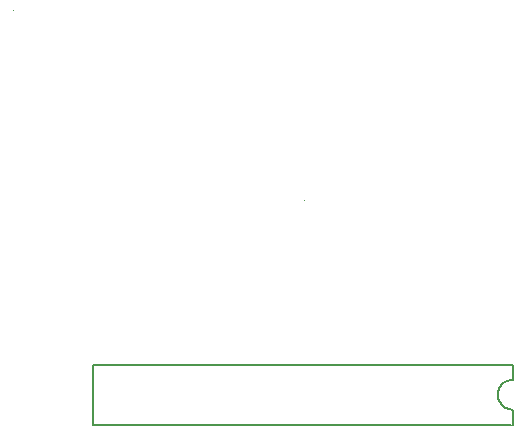
<source format=gbo>
G75*
G70*
%OFA0B0*%
%FSLAX24Y24*%
%IPPOS*%
%LPD*%
%AMOC8*
5,1,8,0,0,1.08239X$1,22.5*
%
%ADD10C,0.0000*%
%ADD11C,0.0060*%
D10*
X010057Y010616D02*
X010061Y010616D01*
X000346Y016966D02*
X000346Y016967D01*
D11*
X003024Y003140D02*
X016974Y003140D01*
X017024Y003140D02*
X017024Y003640D01*
X016980Y003642D01*
X016937Y003648D01*
X016895Y003657D01*
X016853Y003670D01*
X016813Y003687D01*
X016774Y003707D01*
X016737Y003730D01*
X016703Y003757D01*
X016670Y003786D01*
X016641Y003819D01*
X016614Y003853D01*
X016591Y003890D01*
X016571Y003929D01*
X016554Y003969D01*
X016541Y004011D01*
X016532Y004053D01*
X016526Y004096D01*
X016524Y004140D01*
X016526Y004184D01*
X016532Y004227D01*
X016541Y004269D01*
X016554Y004311D01*
X016571Y004351D01*
X016591Y004390D01*
X016614Y004427D01*
X016641Y004461D01*
X016670Y004494D01*
X016703Y004523D01*
X016737Y004550D01*
X016774Y004573D01*
X016813Y004593D01*
X016853Y004610D01*
X016895Y004623D01*
X016937Y004632D01*
X016980Y004638D01*
X017024Y004640D01*
X017024Y005140D01*
X003024Y005140D01*
X003024Y003140D01*
M02*

</source>
